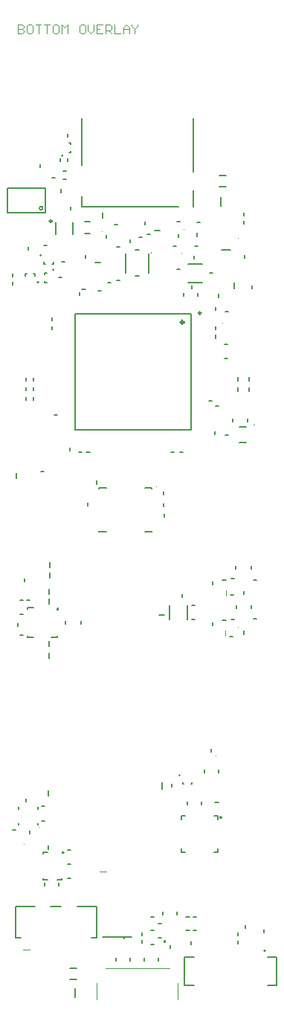
<source format=gbo>
G04*
G04 #@! TF.GenerationSoftware,Altium Limited,Altium Designer,21.9.2 (33)*
G04*
G04 Layer_Color=32896*
%FSLAX25Y25*%
%MOIN*%
G70*
G04*
G04 #@! TF.SameCoordinates,38B2C1F3-0FCD-4184-AA18-E5AB633A714F*
G04*
G04*
G04 #@! TF.FilePolarity,Positive*
G04*
G01*
G75*
%ADD10C,0.00984*%
%ADD11C,0.01181*%
%ADD12C,0.00394*%
%ADD13C,0.00591*%
%ADD14C,0.00787*%
D10*
X845370Y968536D02*
G03*
X845370Y968536I-492J0D01*
G01*
X912181Y927394D02*
G03*
X912181Y927394I-492J0D01*
G01*
X921357Y701311D02*
G03*
X921357Y701311I-317J0D01*
G01*
D11*
X904511Y923260D02*
G03*
X904511Y923260I-696J0D01*
G01*
X848008Y794717D02*
G03*
X848008Y794717I-98J0D01*
G01*
X895980Y645603D02*
G03*
X895973Y645626I-39J0D01*
G01*
X850311Y685568D02*
G03*
X850311Y685568I-39J0D01*
G01*
D12*
X921906Y922827D02*
G03*
X921906Y922827I-197J0D01*
G01*
X915429Y949835D02*
G03*
X915429Y949835I-197J0D01*
G01*
X928914Y960859D02*
G03*
X928914Y960859I-197J0D01*
G01*
X867890Y963910D02*
G03*
X867890Y963910I-197J0D01*
G01*
X904760Y965012D02*
G03*
X904760Y965012I-197J0D01*
G01*
X855784Y957709D02*
G03*
X855784Y957709I-197J0D01*
G01*
X929032Y786666D02*
G03*
X929032Y786666I-197J0D01*
G01*
Y804382D02*
G03*
X929032Y804382I-197J0D01*
G01*
X897713Y798752D02*
G03*
X897713Y798752I-197J0D01*
G01*
X830685Y946390D02*
G03*
X830685Y946390I-197J0D01*
G01*
X919209Y728969D02*
G03*
X919209Y728969I-197J0D01*
G01*
X903579Y954185D02*
G03*
X903579Y954185I-197J0D01*
G01*
X832851Y689107D02*
G03*
X832851Y689107I-197J0D01*
G01*
X839509Y696882D02*
G03*
X839509Y696882I-197J0D01*
G01*
X892496Y849638D02*
G03*
X892496Y849638I-197J0D01*
G01*
X832532Y642016D02*
X835532D01*
X866784Y677055D02*
X869784D01*
X923106Y782611D02*
Y784973D01*
X923500Y800721D02*
Y803083D01*
X901748Y619815D02*
Y626902D01*
X865528Y619815D02*
Y626902D01*
X869268Y633792D02*
X898008D01*
X830102Y1056721D02*
Y1052785D01*
X832070D01*
X832726Y1053441D01*
Y1054097D01*
X832070Y1054753D01*
X830102D01*
X832070D01*
X832726Y1055409D01*
Y1056065D01*
X832070Y1056721D01*
X830102D01*
X836006D02*
X834694D01*
X834038Y1056065D01*
Y1053441D01*
X834694Y1052785D01*
X836006D01*
X836662Y1053441D01*
Y1056065D01*
X836006Y1056721D01*
X837974D02*
X840598D01*
X839286D01*
Y1052785D01*
X841910Y1056721D02*
X844533D01*
X843221D01*
Y1052785D01*
X847813Y1056721D02*
X846501D01*
X845845Y1056065D01*
Y1053441D01*
X846501Y1052785D01*
X847813D01*
X848469Y1053441D01*
Y1056065D01*
X847813Y1056721D01*
X849781Y1052785D02*
Y1056721D01*
X851093Y1055409D01*
X852405Y1056721D01*
Y1052785D01*
X859620Y1056721D02*
X858309D01*
X857653Y1056065D01*
Y1053441D01*
X858309Y1052785D01*
X859620D01*
X860276Y1053441D01*
Y1056065D01*
X859620Y1056721D01*
X861588D02*
Y1054097D01*
X862900Y1052785D01*
X864212Y1054097D01*
Y1056721D01*
X868148D02*
X865524D01*
Y1052785D01*
X868148D01*
X865524Y1054753D02*
X866836D01*
X869460Y1052785D02*
Y1056721D01*
X871428D01*
X872084Y1056065D01*
Y1054753D01*
X871428Y1054097D01*
X869460D01*
X870772D02*
X872084Y1052785D01*
X873396Y1056721D02*
Y1052785D01*
X876019D01*
X877331D02*
Y1055409D01*
X878643Y1056721D01*
X879955Y1055409D01*
Y1052785D01*
Y1054753D01*
X877331D01*
X881267Y1056721D02*
Y1056065D01*
X882579Y1054753D01*
X883891Y1056065D01*
Y1056721D01*
X882579Y1054753D02*
Y1052785D01*
D13*
X850299Y998008D02*
G03*
X850299Y998008I-264J0D01*
G01*
X902843Y720150D02*
G03*
X902843Y720150I-264J0D01*
G01*
X840638Y953221D02*
G03*
X840638Y953221I-264J0D01*
G01*
X839370Y941134D02*
G03*
X839370Y941134I-264J0D01*
G01*
X846244Y946741D02*
G03*
X846244Y946741I-264J0D01*
G01*
X936079Y877268D02*
G03*
X936079Y877268I-197J0D01*
G01*
X941023Y641469D02*
G03*
X941023Y641469I-298J0D01*
G01*
X918677Y928772D02*
Y930150D01*
Y920111D02*
Y921488D01*
X923106Y927886D02*
X924485D01*
X931276Y970898D02*
Y972276D01*
Y967355D02*
Y968733D01*
X882768Y955701D02*
X884343D01*
X882768Y943890D02*
X884343D01*
X878437Y945465D02*
Y954126D01*
X888673Y945465D02*
Y954126D01*
X884524Y961351D02*
X885902D01*
X880488Y959087D02*
Y960465D01*
X888067Y962532D02*
X889445D01*
X868035Y969991D02*
Y972353D01*
X894662Y714158D02*
Y717158D01*
X901453Y947178D02*
X902831D01*
X908047Y938221D02*
Y939599D01*
X906473Y941174D02*
X912772D01*
X906473Y949244D02*
X912772D01*
X916020Y945209D02*
X917398D01*
X907654Y875130D02*
Y927099D01*
X855685Y875130D02*
Y927099D01*
X907654D01*
X855685Y875130D02*
X907654D01*
X873500Y966862D02*
X874878D01*
X869858Y961055D02*
Y962433D01*
X860016Y968437D02*
X862378D01*
X860016Y962926D02*
X862378D01*
X891512Y964500D02*
X893874D01*
X899878Y957414D02*
X901256D01*
X860410Y952000D02*
Y953378D01*
X901453Y968437D02*
X902831D01*
X902142Y961449D02*
Y962827D01*
X910508Y968044D02*
X911886D01*
X910410Y961843D02*
Y963221D01*
X887181Y966961D02*
Y968339D01*
X870351Y940878D02*
X871729D01*
X874288Y942059D02*
X875666D01*
X874288Y957020D02*
X875666D01*
X918677Y916174D02*
Y917552D01*
X853815Y1003083D02*
Y1003575D01*
X853028D02*
X853815D01*
Y999441D02*
Y999933D01*
X853028Y999441D02*
X853815D01*
X847024Y962532D02*
Y968044D01*
X854898Y962532D02*
Y968044D01*
X921402Y955839D02*
X925402D01*
X833244Y807118D02*
Y808496D01*
X934819Y812630D02*
Y814008D01*
X898992Y714993D02*
Y716370D01*
X925075Y782217D02*
X926453D01*
X917496Y787433D02*
Y788811D01*
X921925Y789697D02*
X923303D01*
X925862Y790091D02*
X927240D01*
X928126Y794914D02*
Y796292D01*
X931276Y783496D02*
Y784874D01*
X934819Y794914D02*
Y796292D01*
X935705Y790485D02*
X937083D01*
X925469Y801114D02*
X926847D01*
X931276Y801213D02*
Y802591D01*
X935705Y807807D02*
X937083D01*
X921925Y807807D02*
X923303D01*
X925862Y808201D02*
X927240D01*
X917496Y805544D02*
Y806922D01*
X927732Y812630D02*
Y814008D01*
X918284Y872867D02*
Y874244D01*
X852536Y1006331D02*
Y1007709D01*
X852536Y995307D02*
Y996685D01*
X848992Y995307D02*
Y996685D01*
X840823Y706233D02*
X842201D01*
X868087Y647571D02*
X881079D01*
X877929Y646981D02*
Y648162D01*
X921040Y975492D02*
Y979492D01*
X908146Y796390D02*
X909524D01*
X906177Y789992D02*
Y796292D01*
X898106Y789992D02*
Y796292D01*
X903717Y800032D02*
Y801410D01*
X908146Y790091D02*
X909524D01*
X893480Y792059D02*
X895843D01*
X844268Y813319D02*
Y815681D01*
X844268Y808595D02*
Y810957D01*
X940331Y649638D02*
Y651016D01*
X932063Y651607D02*
Y652985D01*
X839937Y992552D02*
Y993929D01*
X845547Y988122D02*
X846925D01*
X849417Y981480D02*
Y982858D01*
X850272Y987335D02*
X851650D01*
X850272Y990878D02*
X851650D01*
X853717Y973654D02*
Y975032D01*
X833638Y888221D02*
Y889599D01*
X837181Y888221D02*
Y889599D01*
Y896882D02*
Y898260D01*
Y892552D02*
Y893929D01*
X833638Y892552D02*
Y893929D01*
Y896882D02*
Y898260D01*
X857654Y935465D02*
Y936843D01*
X858933Y938122D02*
X860311D01*
X898697Y864894D02*
X900075D01*
X866020Y937335D02*
X867398D01*
X928914Y648457D02*
Y649835D01*
Y644520D02*
Y645898D01*
X846335Y881823D02*
X847713D01*
X840429Y856233D02*
X841807D01*
X829307Y853477D02*
Y855839D01*
X904012Y716370D02*
Y717158D01*
Y716370D02*
X904504D01*
X908146D02*
Y717158D01*
X907654Y716370D02*
X908146D01*
X845449Y949441D02*
X845941D01*
Y950229D01*
X841807Y949441D02*
X842299D01*
X841807D02*
Y950229D01*
X849878Y950327D02*
X851256D01*
X841611Y957807D02*
X842988D01*
X834798Y955544D02*
Y956922D01*
X848500Y943437D02*
X849878D01*
X827929Y943536D02*
Y944914D01*
X833540Y944914D02*
X834032D01*
X833540Y944126D02*
Y944914D01*
X837181D02*
X837673D01*
Y944126D02*
Y944914D01*
X842201Y941173D02*
Y941666D01*
Y941173D02*
X842988D01*
X842201Y944815D02*
Y945307D01*
X842988D01*
X827929Y939992D02*
Y941370D01*
X865528Y850819D02*
Y852197D01*
X861591Y840977D02*
Y842355D01*
X895449Y840583D02*
Y841961D01*
Y845898D02*
Y847276D01*
X895646Y836055D02*
Y837433D01*
X912378Y707118D02*
Y708496D01*
X906079Y707118D02*
Y708496D01*
X918579Y708004D02*
X919957D01*
X913756Y721292D02*
Y722670D01*
X920055Y721292D02*
Y722670D01*
X920055Y934481D02*
Y935859D01*
X926945Y938516D02*
Y940878D01*
X935016Y938418D02*
Y939796D01*
X910803Y935071D02*
Y936449D01*
X853323Y865780D02*
Y867158D01*
X902634Y864894D02*
X904012D01*
X857358D02*
X858736D01*
X845449Y924048D02*
Y925426D01*
X904504Y935071D02*
Y936449D01*
X923106Y872768D02*
X924485D01*
X933244Y878772D02*
Y880150D01*
X926551Y878772D02*
Y880150D01*
X929382Y876268D02*
X932378D01*
X929382Y869268D02*
X932378D01*
X918776Y885760D02*
X920154D01*
X915626Y888122D02*
X917004D01*
X860902Y864894D02*
X862280D01*
X845449Y920111D02*
Y921488D01*
X916906Y730544D02*
Y731922D01*
X827634Y695799D02*
X829012D01*
X834130Y798752D02*
X835508D01*
X830981Y783004D02*
X832358D01*
X830095Y787040D02*
Y788418D01*
X830980Y792453D02*
X832358D01*
X830981Y798752D02*
X832358D01*
X844071Y801311D02*
Y803673D01*
Y796981D02*
Y799343D01*
X843874Y710957D02*
Y713319D01*
X844071Y772768D02*
Y775130D01*
X858284Y787925D02*
Y789500D01*
X851512Y787925D02*
Y789500D01*
X909229Y951607D02*
Y952985D01*
X864740Y949933D02*
X867103D01*
X909327Y957414D02*
X910705D01*
X844071Y777886D02*
Y780248D01*
X922713Y907020D02*
X924091D01*
X922713Y913319D02*
X924091D01*
X931670Y952000D02*
Y953378D01*
X847713Y782118D02*
Y782807D01*
X834524Y794618D02*
Y795307D01*
Y782118D02*
Y782807D01*
Y795307D02*
X837103D01*
X845134Y782118D02*
X847713D01*
X834524D02*
X837103D01*
X862949Y647433D02*
X865311D01*
Y661410D01*
X844839D02*
X849563D01*
X829091Y647433D02*
X831453D01*
X829091D02*
Y661410D01*
X837752D01*
X856650D02*
X865311D01*
X918087Y701902D02*
X919662D01*
Y700327D02*
Y701902D01*
X919662Y685760D02*
Y687335D01*
X918087Y685760D02*
X919662D01*
X903520D02*
X905095D01*
X903520D02*
Y687335D01*
X903520Y700327D02*
Y701902D01*
X905095D01*
X833604Y708299D02*
Y709678D01*
X855882Y620571D02*
Y624571D01*
X898402Y642748D02*
Y644126D01*
X907851Y644323D02*
Y645701D01*
X908736Y650524D02*
X910114D01*
X908736Y656823D02*
X910114D01*
X889839D02*
X891217D01*
X892988Y653674D02*
X894366D01*
X905587Y650524D02*
X906965D01*
X905587Y656823D02*
X906965D01*
X901551Y657709D02*
Y659087D01*
X895252Y657709D02*
Y659087D01*
X885803Y645111D02*
Y646489D01*
Y648260D02*
Y649638D01*
X892988Y647374D02*
X894366D01*
X889839Y650524D02*
X891217D01*
X889839Y644225D02*
X891217D01*
X835573Y694126D02*
Y695504D01*
X840789Y699540D02*
X842167D01*
X830553Y705012D02*
Y705937D01*
Y697866D02*
Y698792D01*
X839017Y705012D02*
Y705937D01*
Y697866D02*
Y698792D01*
X842103Y670607D02*
Y671985D01*
X848402Y670607D02*
Y671985D01*
X852437Y674052D02*
X853815D01*
X843677Y687142D02*
Y688520D01*
X852437Y686650D02*
X853815D01*
X852437Y680351D02*
X853815D01*
X880488Y637040D02*
Y638418D01*
X886788Y637040D02*
Y638418D01*
X874189Y637040D02*
Y638418D01*
X893087Y637040D02*
Y638418D01*
X841512Y673461D02*
X843500D01*
X847792Y673461D02*
X849780D01*
X841512Y685666D02*
X843500D01*
X841512Y673461D02*
Y674150D01*
X841512Y684977D02*
Y685666D01*
X849780Y673461D02*
Y674150D01*
X904898Y626115D02*
X908965D01*
X904898D02*
Y638713D01*
X908965D01*
X942169Y626115D02*
X946236D01*
Y638713D01*
X942169D02*
X946236D01*
X886965Y848949D02*
X890134D01*
Y848538D02*
Y848949D01*
X866512D02*
X869681D01*
X866512Y848538D02*
Y848949D01*
X886965Y829264D02*
X890134D01*
Y829676D01*
X866512Y829264D02*
X869681D01*
X866512D02*
Y829676D01*
X933638Y897178D02*
Y898752D01*
X928914Y892453D02*
Y894028D01*
X933638Y892453D02*
Y894028D01*
X928914Y897178D02*
Y898752D01*
D14*
X889966Y954225D02*
G03*
X889966Y954225I-112J0D01*
G01*
X841319Y974386D02*
G03*
X841319Y974386I-787J0D01*
G01*
X825532Y972386D02*
X842532D01*
X825532Y983386D02*
X842532D01*
Y972386D02*
Y983386D01*
X825532Y972386D02*
Y983386D01*
X908933Y975032D02*
Y982512D01*
Y990780D02*
Y1014796D01*
X858933Y975032D02*
X902240D01*
X858933Y993536D02*
Y1014599D01*
Y975032D02*
Y979756D01*
X853323Y633693D02*
X856323D01*
X853421Y628772D02*
X856421D01*
X920303Y989008D02*
X923303D01*
X920402Y984087D02*
X923402D01*
M02*

</source>
